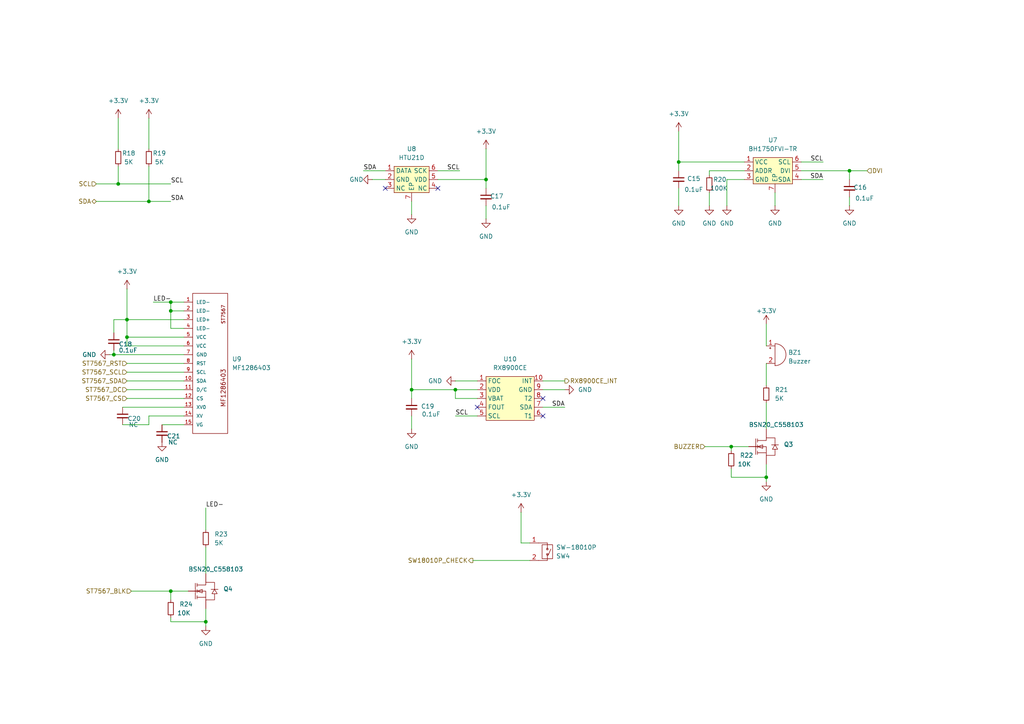
<source format=kicad_sch>
(kicad_sch (version 20231120) (generator "eeschema") (generator_version "8.0")
  (paper "A4")
  (lib_symbols
    (symbol "Device:Buzzer" (pin_names (offset 0.0254) hide)
      (property "Reference" "BZ" (at 3.81 1.27 0))
      (property "Value" "Buzzer" (at 3.81 -1.27 0))
      (symbol "Buzzer_0_1"
        (arc (start 0 -3.175) (mid 3.1612 0) (end 0 3.175))
        (polyline (pts (xy -1.651 1.905) (xy -1.143 1.905)))
        (polyline (pts (xy -1.397 2.159) (xy -1.397 1.651)))
        (polyline (pts (xy 0 3.175) (xy 0 -3.175)))
      )
      (symbol "Buzzer_1_1"
        (pin passive line (at -2.54 2.54 0) (length 2.54) (name "-") (number "1"))
        (pin passive line (at -2.54 -2.54 0) (length 2.54) (name "+") (number "2"))
      )
    )
    (symbol "Device:C_Small" (pin_numbers hide) (pin_names (offset 0.254) hide)
      (property "Reference" "C" (at 0.254 1.778 0))
      (property "Value" "C_Small" (at 0.254 -2.032 0))
      (symbol "C_Small_0_1"
        (polyline (pts (xy -1.524 -0.508) (xy 1.524 -0.508)) (stroke (width 0.3302)))
        (polyline (pts (xy -1.524 0.508) (xy 1.524 0.508)) (stroke (width 0.3048)))
      )
      (symbol "C_Small_1_1"
        (pin passive line (at 0 2.54 270) (length 2.032) (name "~") (number "1"))
        (pin passive line (at 0 -2.54 90) (length 2.032) (name "~") (number "2"))
      )
    )
    (symbol "Device:R_Small" (pin_numbers hide) (pin_names (offset 0.254) hide)
      (property "Reference" "R" (at 0.762 0.508 0))
      (property "Value" "R_Small" (at 0.762 -1.016 0))
      (symbol "R_Small_0_1"
        (rectangle (start -0.762 1.778) (end 0.762 -1.778) (stroke (width 0.2032)))
      )
      (symbol "R_Small_1_1"
        (pin passive line (at 0 2.54 270) (length 0.762) (name "~") (number "1"))
        (pin passive line (at 0 -2.54 90) (length 0.762) (name "~") (number "2"))
      )
    )
    (symbol "My_Library:BH1750FVI-TR"
      (property "Reference" "U" (at 5.588 5.334 0))
      (property "Value" "BH1750FVI-TR" (at -2.794 5.334 0))
      (symbol "BH1750FVI-TR_1_1"
        (rectangle (start -5.08 3.81) (end 6.35 -3.81) (fill (type background)))
        (pin bidirectional line (at -7.62 2.54 0) (length 2.54) (name "VCC") (number "1"))
        (pin bidirectional line (at -7.62 0 0) (length 2.54) (name "ADDR") (number "2"))
        (pin bidirectional line (at -7.62 -2.54 0) (length 2.54) (name "GND") (number "3"))
        (pin bidirectional line (at 8.89 -2.54 180) (length 2.54) (name "SDA") (number "4"))
        (pin bidirectional line (at 8.89 0 180) (length 2.54) (name "DVI") (number "5"))
        (pin bidirectional line (at 8.89 2.54 180) (length 2.54) (name "SCL") (number "6"))
        (pin bidirectional line (at 1.27 -6.35 90) (length 2.54) (name "EP") (number "7"))
      )
    )
    (symbol "My_Library:BSN20_C558103" (pin_numbers hide) (pin_names (offset 1.016) hide)
      (property "Reference" "Q" (at 0 0 0))
      (property "Value" "BSN20_C558103" (at 0 0 0))
      (symbol "BSN20_C558103_1_1"
        (polyline (pts (xy -3.048 2.286) (xy -3.048 -2.286)))
        (polyline (pts (xy -2.54 -2.286) (xy -2.54 -1.27)))
        (polyline (pts (xy -2.54 -0.508) (xy -2.54 0.508)))
        (polyline (pts (xy -2.54 2.286) (xy -2.54 1.27)))
        (polyline (pts (xy 0 -1.778) (xy -2.54 -1.778)))
        (polyline (pts (xy -2.54 0) (xy -1.016 -0.508) (xy -1.016 -0.508) (xy -1.016 0.508) (xy -1.016 0.508) (xy -2.54 0)))
        (polyline (pts (xy 2.54 0.508) (xy 1.778 -0.762) (xy 1.778 -0.762) (xy 3.302 -0.762) (xy 3.302 -0.762) (xy 2.54 0.508)))
        (polyline (pts (xy 3.556 0.508) (xy 3.048 0.508) (xy 3.048 0.508) (xy 2.032 0.508) (xy 2.032 0.508) (xy 1.524 0.508)))
        (polyline (pts (xy -2.54 0) (xy 0 0) (xy 0 0) (xy 0 -2.54) (xy 0 -2.54) (xy 2.54 -2.54) (xy 2.54 -2.54) (xy 2.54 -0.762)))
        (polyline (pts (xy -2.54 1.778) (xy 0 1.778) (xy 0 1.778) (xy 0 2.54) (xy 0 2.54) (xy 2.54 2.54) (xy 2.54 2.54) (xy 2.54 0.508)))
        (pin input line (at -5.08 0 0) (length 2.54) (name "G") (number "1"))
        (pin input line (at 0 -5.08 90) (length 2.54) (name "S") (number "2"))
        (pin input line (at 0 5.08 270) (length 2.54) (name "D") (number "3"))
      )
    )
    (symbol "My_Library:HTU21D"
      (property "Reference" "U" (at -3.048 5.842 0))
      (property "Value" "HTU21D" (at 1.524 5.842 0))
      (symbol "HTU21D_1_1"
        (rectangle (start -5.08 3.81) (end 5.08 -3.81) (fill (type background)))
        (pin passive line (at -7.62 2.54 0) (length 2.54) (name "DATA") (number "1"))
        (pin passive line (at -7.62 0 0) (length 2.54) (name "GND") (number "2"))
        (pin passive line (at -7.62 -2.54 0) (length 2.54) (name "NC") (number "3"))
        (pin passive line (at 7.62 -2.54 180) (length 2.54) (name "NC") (number "4"))
        (pin passive line (at 7.62 0 180) (length 2.54) (name "VDD") (number "5"))
        (pin passive line (at 7.62 2.54 180) (length 2.54) (name "SCK") (number "6"))
        (pin passive line (at 0 -6.35 90) (length 2.54) (name "EP") (number "7"))
      )
    )
    (symbol "My_Library:MF1286403" (pin_names (offset 1.016))
      (property "Reference" "U" (at 6.096 22.098 0))
      (property "Value" "MF1286403" (at -0.508 22.098 0))
      (symbol "MF1286403_1_1"
        (rectangle (start -3.81 20.32) (end 6.35 -20.32) (stroke (width 0.1524)))
        (text "MF1286403" (at 5.08 -12.7 900) (effects (font (size 1.27 1.27)) (justify left)))
        (text "ST7567" (at 5.08 11.4046 900) (effects (font (size 0.9906 0.9906)) (justify left)))
        (pin passive line (at -6.35 17.78 0) (length 2.54) (name "LED-") (number "1"))
        (pin passive line (at -6.35 -5.08 0) (length 2.54) (name "SDA") (number "10"))
        (pin passive line (at -6.35 -7.62 0) (length 2.54) (name "D/C") (number "11"))
        (pin passive line (at -6.35 -10.16 0) (length 2.54) (name "CS") (number "12"))
        (pin passive line (at -6.35 -12.7 0) (length 2.54) (name "XV0") (number "13"))
        (pin passive line (at -6.35 -15.24 0) (length 2.54) (name "XV") (number "14"))
        (pin passive line (at -6.35 -17.78 0) (length 2.54) (name "VG") (number "15"))
        (pin passive line (at -6.35 15.24 0) (length 2.54) (name "LED-") (number "2"))
        (pin passive line (at -6.35 12.7 0) (length 2.54) (name "LED+") (number "3"))
        (pin passive line (at -6.35 10.16 0) (length 2.54) (name "LED-") (number "4"))
        (pin passive line (at -6.35 7.62 0) (length 2.54) (name "VCC") (number "5"))
        (pin passive line (at -6.35 5.08 0) (length 2.54) (name "VCC") (number "6"))
        (pin passive line (at -6.35 2.54 0) (length 2.54) (name "GND") (number "7"))
        (pin passive line (at -6.35 0 0) (length 2.54) (name "RST") (number "8"))
        (pin passive line (at -6.35 -2.54 0) (length 2.54) (name "SCL") (number "9"))
      )
    )
    (symbol "My_Library:RX8900CE"
      (property "Reference" "U" (at 7.112 7.62 0))
      (property "Value" "RX8900CE" (at -1.524 7.62 0))
      (symbol "RX8900CE_1_1"
        (rectangle (start -6.35 6.35) (end 7.62 -6.35) (fill (type background)))
        (pin passive line (at -8.89 5.08 0) (length 2.54) (name "FOC") (number "1"))
        (pin passive line (at 10.16 5.08 180) (length 2.54) (name "INT") (number "10"))
        (pin passive line (at -8.89 2.54 0) (length 2.54) (name "VDD") (number "2"))
        (pin passive line (at -8.89 0 0) (length 2.54) (name "VBAT") (number "3"))
        (pin passive line (at -8.89 -2.54 0) (length 2.54) (name "FOUT") (number "4"))
        (pin passive line (at -8.89 -5.08 0) (length 2.54) (name "SCL") (number "5"))
        (pin passive line (at 10.16 -5.08 180) (length 2.54) (name "T1") (number "6"))
        (pin passive line (at 10.16 -2.54 180) (length 2.54) (name "SDA") (number "7"))
        (pin passive line (at 10.16 0 180) (length 2.54) (name "T2") (number "8"))
        (pin passive line (at 10.16 2.54 180) (length 2.54) (name "GND") (number "9"))
      )
    )
    (symbol "My_Library:SW-18010P" (pin_names (offset 1.016) hide)
      (property "Reference" "SW" (at 3.81 6.35 0))
      (property "Value" "SW-18010P" (at -3.81 6.35 0))
      (symbol "SW-18010P_1_1"
        (rectangle (start -1.524 2.032) (end 1.524 -2.032) (stroke (width 0.1524)))
        (circle (center 0 -0.762) (radius 0.254) (stroke (width 0.1524)))
        (polyline (pts (xy -2.54 -2.54) (xy 0 -2.54)) (stroke (width 0.1524)))
        (polyline (pts (xy 0 -2.54) (xy 0 -0.762)) (stroke (width 0.1524)))
        (polyline (pts (xy 0 1.524) (xy 0 0.762)) (stroke (width 0.1524)))
        (polyline (pts (xy 0 2.54) (xy 0 1.524)) (stroke (width 0.1524)))
        (polyline (pts (xy 0.254 1.016) (xy 1.016 -0.762)) (stroke (width 0.1524)))
        (polyline (pts (xy -2.54 2.54) (xy -1.27 2.54) (xy 0 2.54)) (stroke (width 0.1524)))
        (circle (center 0 0.762) (radius 0.254) (stroke (width 0.1524)))
        (pin input line (at -5.08 -2.54 0) (length 2.54) (name "1") (number "1"))
        (pin input line (at -5.08 2.54 0) (length 2.54) (name "2") (number "2"))
      )
    )
    (symbol "power:+3.3V" (power) (pin_numbers hide) (pin_names (offset 0) hide)
      (property "Value" "+3.3V" (at 0 3.556 0))
      (symbol "+3.3V_0_1"
        (polyline (pts (xy -0.762 1.27) (xy 0 2.54)))
        (polyline (pts (xy 0 0) (xy 0 2.54)))
        (polyline (pts (xy 0 2.54) (xy 0.762 1.27)))
      )
      (symbol "+3.3V_1_1"
        (pin power_in line (at 0 0 90) (length 0) (name "~") (number "1"))
      )
    )
    (symbol "power:GND" (power) (pin_numbers hide) (pin_names (offset 0) hide)
      (property "Value" "GND" (at 0 -3.81 0))
      (symbol "GND_0_1"
        (polyline (pts (xy 0 0) (xy 0 -1.27) (xy 1.27 -1.27) (xy 0 -2.54) (xy -1.27 -1.27) (xy 0 -1.27)))
      )
      (symbol "GND_1_1"
        (pin power_in line (at 0 0 270) (length 0) (name "~") (number "1"))
      )
    )
  )
  (junction (at 132.08 113.03))
  (junction (at 34.29 53.34))
  (junction (at 246.38 49.53))
  (junction (at 33.02 102.87))
  (junction (at 49.53 87.63))
  (junction (at 49.53 171.45))
  (junction (at 212.09 129.54))
  (junction (at 36.83 97.79))
  (junction (at 59.69 180.34))
  (junction (at 119.38 113.03))
  (junction (at 196.85 46.99))
  (junction (at 36.83 92.71))
  (junction (at 49.53 90.17))
  (junction (at 43.18 58.42))
  (junction (at 140.97 52.07))
  (junction (at 222.25 138.43))
  (no_connect (at 127 54.61))
  (no_connect (at 157.48 120.65))
  (no_connect (at 111.76 54.61))
  (no_connect (at 138.43 118.11))
  (no_connect (at 157.48 115.57))
  (wire (pts (xy 222.25 134.62) (xy 222.25 138.43)))
  (wire (pts (xy 49.53 95.25) (xy 49.53 90.17)))
  (wire (pts (xy 210.82 52.07) (xy 210.82 59.69)))
  (wire (pts (xy 43.18 58.42) (xy 49.53 58.42)))
  (wire (pts (xy 224.79 59.69) (xy 224.79 55.88)))
  (wire (pts (xy 36.83 83.82) (xy 36.83 92.71)))
  (wire (pts (xy 44.45 87.63) (xy 49.53 87.63)))
  (wire (pts (xy 49.53 180.34) (xy 49.53 179.07)))
  (wire (pts (xy 246.38 59.69) (xy 246.38 57.15)))
  (wire (pts (xy 140.97 63.5) (xy 140.97 59.69)))
  (wire (pts (xy 196.85 46.99) (xy 215.9 46.99)))
  (wire (pts (xy 222.25 93.98) (xy 222.25 100.33)))
  (wire (pts (xy 36.83 92.71) (xy 53.34 92.71)))
  (wire (pts (xy 157.48 110.49) (xy 163.83 110.49)))
  (wire (pts (xy 35.56 123.19) (xy 43.18 123.19)))
  (wire (pts (xy 151.13 157.48) (xy 153.67 157.48)))
  (wire (pts (xy 36.83 100.33) (xy 53.34 100.33)))
  (wire (pts (xy 157.48 113.03) (xy 163.83 113.03)))
  (wire (pts (xy 59.69 147.32) (xy 59.69 153.67)))
  (wire (pts (xy 238.76 46.99) (xy 232.41 46.99)))
  (wire (pts (xy 246.38 49.53) (xy 246.38 52.07)))
  (wire (pts (xy 43.18 123.19) (xy 43.18 120.65)))
  (wire (pts (xy 36.83 115.57) (xy 53.34 115.57)))
  (wire (pts (xy 196.85 46.99) (xy 196.85 49.53)))
  (wire (pts (xy 27.94 53.34) (xy 34.29 53.34)))
  (wire (pts (xy 49.53 171.45) (xy 49.53 173.99)))
  (wire (pts (xy 59.69 176.53) (xy 59.69 180.34)))
  (wire (pts (xy 212.09 138.43) (xy 222.25 138.43)))
  (wire (pts (xy 212.09 129.54) (xy 212.09 130.81)))
  (wire (pts (xy 43.18 48.26) (xy 43.18 58.42)))
  (wire (pts (xy 59.69 180.34) (xy 59.69 181.61)))
  (wire (pts (xy 222.25 105.41) (xy 222.25 111.76)))
  (wire (pts (xy 205.74 55.88) (xy 205.74 59.69)))
  (wire (pts (xy 215.9 52.07) (xy 210.82 52.07)))
  (wire (pts (xy 34.29 53.34) (xy 49.53 53.34)))
  (wire (pts (xy 132.08 113.03) (xy 138.43 113.03)))
  (wire (pts (xy 36.83 92.71) (xy 36.83 97.79)))
  (wire (pts (xy 205.74 49.53) (xy 205.74 50.8)))
  (wire (pts (xy 53.34 90.17) (xy 49.53 90.17)))
  (wire (pts (xy 196.85 59.69) (xy 196.85 54.61)))
  (wire (pts (xy 36.83 105.41) (xy 53.34 105.41)))
  (wire (pts (xy 105.41 49.53) (xy 111.76 49.53)))
  (wire (pts (xy 49.53 90.17) (xy 49.53 87.63)))
  (wire (pts (xy 119.38 104.14) (xy 119.38 113.03)))
  (wire (pts (xy 232.41 49.53) (xy 246.38 49.53)))
  (wire (pts (xy 212.09 129.54) (xy 217.17 129.54)))
  (wire (pts (xy 163.83 118.11) (xy 157.48 118.11)))
  (wire (pts (xy 34.29 48.26) (xy 34.29 53.34)))
  (wire (pts (xy 33.02 102.87) (xy 53.34 102.87)))
  (wire (pts (xy 246.38 49.53) (xy 251.46 49.53)))
  (wire (pts (xy 204.47 129.54) (xy 212.09 129.54)))
  (wire (pts (xy 36.83 97.79) (xy 36.83 100.33)))
  (wire (pts (xy 31.75 102.87) (xy 33.02 102.87)))
  (wire (pts (xy 238.76 52.07) (xy 232.41 52.07)))
  (wire (pts (xy 127 52.07) (xy 140.97 52.07)))
  (wire (pts (xy 196.85 38.1) (xy 196.85 46.99)))
  (wire (pts (xy 140.97 52.07) (xy 140.97 54.61)))
  (wire (pts (xy 137.16 162.56) (xy 153.67 162.56)))
  (wire (pts (xy 49.53 180.34) (xy 59.69 180.34)))
  (wire (pts (xy 43.18 34.29) (xy 43.18 43.18)))
  (wire (pts (xy 59.69 158.75) (xy 59.69 166.37)))
  (wire (pts (xy 38.1 171.45) (xy 49.53 171.45)))
  (wire (pts (xy 33.02 92.71) (xy 36.83 92.71)))
  (wire (pts (xy 133.35 49.53) (xy 127 49.53)))
  (wire (pts (xy 53.34 95.25) (xy 49.53 95.25)))
  (wire (pts (xy 212.09 138.43) (xy 212.09 135.89)))
  (wire (pts (xy 132.08 113.03) (xy 119.38 113.03)))
  (wire (pts (xy 36.83 97.79) (xy 53.34 97.79)))
  (wire (pts (xy 119.38 113.03) (xy 119.38 115.57)))
  (wire (pts (xy 119.38 124.46) (xy 119.38 120.65)))
  (wire (pts (xy 132.08 115.57) (xy 132.08 113.03)))
  (wire (pts (xy 151.13 148.59) (xy 151.13 157.48)))
  (wire (pts (xy 35.56 118.11) (xy 53.34 118.11)))
  (wire (pts (xy 132.08 120.65) (xy 138.43 120.65)))
  (wire (pts (xy 43.18 120.65) (xy 53.34 120.65)))
  (wire (pts (xy 46.99 123.19) (xy 53.34 123.19)))
  (wire (pts (xy 119.38 62.23) (xy 119.38 58.42)))
  (wire (pts (xy 49.53 171.45) (xy 54.61 171.45)))
  (wire (pts (xy 138.43 110.49) (xy 132.08 110.49)))
  (wire (pts (xy 33.02 101.6) (xy 33.02 102.87)))
  (wire (pts (xy 49.53 87.63) (xy 53.34 87.63)))
  (wire (pts (xy 215.9 49.53) (xy 205.74 49.53)))
  (wire (pts (xy 33.02 96.52) (xy 33.02 92.71)))
  (wire (pts (xy 138.43 115.57) (xy 132.08 115.57)))
  (wire (pts (xy 140.97 43.18) (xy 140.97 52.07)))
  (wire (pts (xy 222.25 138.43) (xy 222.25 139.7)))
  (wire (pts (xy 36.83 110.49) (xy 53.34 110.49)))
  (wire (pts (xy 222.25 116.84) (xy 222.25 124.46)))
  (wire (pts (xy 36.83 113.03) (xy 53.34 113.03)))
  (wire (pts (xy 107.95 52.07) (xy 111.76 52.07)))
  (wire (pts (xy 36.83 107.95) (xy 53.34 107.95)))
  (wire (pts (xy 27.94 58.42) (xy 43.18 58.42)))
  (wire (pts (xy 34.29 34.29) (xy 34.29 43.18)))
  (label "SCL" (at 133.35 49.53 180))
  (label "SDA" (at 163.83 118.11 180))
  (label "SCL" (at 238.76 46.99 180))
  (label "SDA" (at 105.41 49.53 0))
  (label "SCL" (at 132.08 120.65 0))
  (label "SDA" (at 49.53 58.42 0))
  (label "LED-" (at 59.69 147.32 0))
  (label "SCL" (at 49.53 53.34 0))
  (label "SDA" (at 238.76 52.07 180))
  (label "LED-" (at 44.45 87.63 0))
  (hierarchical_label "SDA" (shape bidirectional) (at 27.94 58.42 180))
  (hierarchical_label "SW18010P_CHECK" (shape output) (at 137.16 162.56 180))
  (hierarchical_label "ST7567_SCL" (shape input) (at 36.83 107.95 180))
  (hierarchical_label "SCL" (shape input) (at 27.94 53.34 180))
  (hierarchical_label "RX8900CE_INT" (shape output) (at 163.83 110.49 0))
  (hierarchical_label "DVI" (shape input) (at 251.46 49.53 0))
  (hierarchical_label "ST7567_SDA" (shape input) (at 36.83 110.49 180))
  (hierarchical_label "ST7567_RST" (shape input) (at 36.83 105.41 180))
  (hierarchical_label "BUZZER" (shape input) (at 204.47 129.54 180))
  (hierarchical_label "ST7567_DC" (shape input) (at 36.83 113.03 180))
  (hierarchical_label "ST7567_CS" (shape input) (at 36.83 115.57 180))
  (hierarchical_label "ST7567_BLK" (shape input) (at 38.1 171.45 180))
  (symbol (lib_id "power:GND") (at 222.25 139.7 0) (unit 1)
    (property "Reference" "#PWR078" (effects (hide yes)))
    (property "Value" "GND" (at 222.25 144.78 0))
  )
  (symbol (lib_id "power:+3.3V") (at 34.29 34.29 0) (unit 1)
    (property "Reference" "#PWR058" (effects (hide yes)))
    (property "Value" "+3.3V" (at 34.29 29.21 0))
    (property "Description" "Power symbol creates a global label with name \"+3.3V\"" (effects (hide yes)))
  )
  (symbol (lib_id "power:+3.3V") (at 222.25 93.98 0) (unit 1)
    (property "Reference" "#PWR071" (effects (hide yes)))
    (property "Value" "+3.3V" (at 222.25 90.17 0))
  )
  (symbol (lib_id "Device:R_Small") (at 59.69 156.21 180) (unit 1)
    (property "Reference" "R23" (at 64.135 154.94 0))
    (property "Value" "5K" (at 63.5 157.48 0))
    (property "Footprint" "Resistor_SMD:R_0603_1608Metric" (effects (hide yes)))
  )
  (symbol (lib_id "power:GND") (at 140.97 63.5 0) (unit 1)
    (property "Reference" "#PWR069" (effects (hide yes)))
    (property "Value" "GND" (at 140.97 68.58 0))
    (property "Description" "Power symbol creates a global label with name \"GND\" , ground" (effects (hide yes)))
  )
  (symbol (lib_id "Device:R_Small") (at 34.29 45.72 180) (unit 1)
    (property "Reference" "R18" (at 37.338 44.45 0))
    (property "Value" "5K" (at 37.338 46.99 0))
    (property "Footprint" "Resistor_SMD:R_0603_1608Metric" (effects (hide yes)))
    (property "Description" "Resistor, small symbol" (effects (hide yes)))
  )
  (symbol (lib_id "power:GND") (at 46.99 128.27 0) (unit 1)
    (property "Reference" "#PWR077" (effects (hide yes)))
    (property "Value" "GND" (at 46.99 133.35 0))
    (property "Description" "Power symbol creates a global label with name \"GND\" , ground" (effects (hide yes)))
  )
  (symbol (lib_id "power:+3.3V") (at 151.13 148.59 0) (mirror y) (unit 1)
    (property "Reference" "#PWR079" (effects (hide yes)))
    (property "Value" "+3.3V" (at 151.13 143.51 0))
    (property "Description" "Power symbol creates a global label with name \"+3.3V\"" (effects (hide yes)))
  )
  (symbol (lib_id "power:GND") (at 107.95 52.07 270) (unit 1)
    (property "Reference" "#PWR062" (effects (hide yes)))
    (property "Value" "GND" (at 103.378 52.07 90))
    (property "Description" "Power symbol creates a global label with name \"GND\" , ground" (effects (hide yes)))
  )
  (symbol (lib_id "power:GND") (at 31.75 102.87 270) (unit 1)
    (property "Reference" "#PWR072" (effects (hide yes)))
    (property "Value" "GND" (at 27.94 102.8699 90) (effects (justify right)))
    (property "Description" "Power symbol creates a global label with name \"GND\" , ground" (effects (hide yes)))
  )
  (symbol (lib_id "My_Library:BSN20_C558103") (at 222.25 129.54 0) (unit 1)
    (property "Reference" "Q3" (at 227.33 128.905 0) (effects (justify left)))
    (property "Value" "BSN20_C558103" (at 217.17 123.19 0) (effects (justify left)))
    (property "Footprint" "My_Library:SOT-23-3_L2.9-W1.3-P1.90-LS2.4-BR" (effects (hide yes)))
  )
  (symbol (lib_id "Device:Buzzer") (at 224.79 102.87 0) (unit 1)
    (property "Reference" "BZ1" (at 228.6 102.235 0) (effects (justify left)))
    (property "Value" "Buzzer" (at 228.6 104.775 0) (effects (justify left)))
    (property "Footprint" "Buzzer_Beeper:MagneticBuzzer_PUI_AT-0927-TT-6-R" (effects (hide yes)))
  )
  (symbol (lib_id "My_Library:RX8900CE") (at 147.32 115.57 0) (unit 1)
    (property "Reference" "U10" (at 147.955 104.14 0))
    (property "Value" "RX8900CE" (at 147.955 106.68 0))
    (property "Footprint" "Package_SON:EPSON_CE-USON-10_USON-10_3.2x2.5mm_P0.7mm" (effects (hide yes)))
  )
  (symbol (lib_id "power:+3.3V") (at 43.18 34.29 0) (unit 1)
    (property "Reference" "#PWR059" (effects (hide yes)))
    (property "Value" "+3.3V" (at 43.18 29.21 0))
    (property "Description" "Power symbol creates a global label with name \"+3.3V\"" (effects (hide yes)))
  )
  (symbol (lib_id "power:GND") (at 119.38 62.23 0) (unit 1)
    (property "Reference" "#PWR068" (effects (hide yes)))
    (property "Value" "GND" (at 119.38 67.31 0))
    (property "Description" "Power symbol creates a global label with name \"GND\" , ground" (effects (hide yes)))
  )
  (symbol (lib_id "My_Library:BSN20_C558103") (at 59.69 171.45 0) (unit 1)
    (property "Reference" "Q4" (at 64.77 170.815 0) (effects (justify left)))
    (property "Value" "BSN20_C558103" (at 54.61 165.1 0) (effects (justify left)))
    (property "Footprint" "My_Library:SOT-23-3_L2.9-W1.3-P1.90-LS2.4-BR" (effects (hide yes)))
  )
  (symbol (lib_id "power:GND") (at 196.85 59.69 0) (mirror y) (unit 1)
    (property "Reference" "#PWR063" (effects (hide yes)))
    (property "Value" "GND" (at 196.85 64.77 0))
    (property "Description" "Power symbol creates a global label with name \"GND\" , ground" (effects (hide yes)))
  )
  (symbol (lib_id "Device:C_Small") (at 46.99 125.73 0) (mirror y) (unit 1)
    (property "Reference" "C21" (at 52.324 126.492 0) (effects (justify left)))
    (property "Value" "NC" (at 51.562 128.27 0) (effects (justify left)))
    (property "Footprint" "Capacitor_SMD:C_0603_1608Metric" (effects (hide yes)))
    (property "Description" "Unpolarized capacitor, small symbol" (effects (hide yes)))
  )
  (symbol (lib_id "Device:R_Small") (at 205.74 53.34 180) (unit 1)
    (property "Reference" "R20" (at 208.788 52.07 0))
    (property "Value" "100K" (at 208.534 54.61 0))
    (property "Footprint" "Resistor_SMD:R_0603_1608Metric" (effects (hide yes)))
    (property "Description" "Resistor, small symbol" (effects (hide yes)))
  )
  (symbol (lib_id "Device:C_Small") (at 35.56 120.65 0) (mirror y) (unit 1)
    (property "Reference" "C20" (at 40.894 121.412 0) (effects (justify left)))
    (property "Value" "NC" (at 40.132 123.19 0) (effects (justify left)))
    (property "Footprint" "Capacitor_SMD:C_0603_1608Metric" (effects (hide yes)))
    (property "Description" "Unpolarized capacitor, small symbol" (effects (hide yes)))
  )
  (symbol (lib_id "power:GND") (at 119.38 124.46 0) (mirror y) (unit 1)
    (property "Reference" "#PWR076" (effects (hide yes)))
    (property "Value" "GND" (at 119.38 129.54 0))
    (property "Description" "Power symbol creates a global label with name \"GND\" , ground" (effects (hide yes)))
  )
  (symbol (lib_id "Device:C_Small") (at 119.38 118.11 0) (mirror y) (unit 1)
    (property "Reference" "C19" (at 126.0026 117.856 0) (effects (justify left)))
    (property "Value" "0.1uF" (at 127.7806 120.142 0) (effects (justify left)))
    (property "Footprint" "Capacitor_SMD:C_0603_1608Metric" (effects (hide yes)))
    (property "Description" "Unpolarized capacitor, small symbol" (effects (hide yes)))
  )
  (symbol (lib_id "My_Library:SW-18010P") (at 158.75 160.02 0) (mirror x) (unit 1)
    (property "Reference" "SW4" (at 161.29 161.2901 0) (effects (justify left)))
    (property "Value" "SW-18010P" (at 161.29 158.7501 0) (effects (justify left)))
    (property "Footprint" "My_Library:SW-TH_SW-18010P" (effects (hide yes)))
  )
  (symbol (lib_id "power:GND") (at 59.69 181.61 0) (unit 1)
    (property "Reference" "#PWR080" (effects (hide yes)))
    (property "Value" "GND" (at 59.69 186.69 0))
  )
  (symbol (lib_id "power:GND") (at 132.08 110.49 270) (mirror x) (unit 1)
    (property "Reference" "#PWR074" (effects (hide yes)))
    (property "Value" "GND" (at 128.27 110.4899 90) (effects (justify right)))
    (property "Description" "Power symbol creates a global label with name \"GND\" , ground" (effects (hide yes)))
  )
  (symbol (lib_id "power:GND") (at 246.38 59.69 0) (unit 1)
    (property "Reference" "#PWR067" (effects (hide yes)))
    (property "Value" "GND" (at 246.38 64.77 0))
    (property "Description" "Power symbol creates a global label with name \"GND\" , ground" (effects (hide yes)))
  )
  (symbol (lib_id "power:GND") (at 224.79 59.69 0) (unit 1)
    (property "Reference" "#PWR066" (effects (hide yes)))
    (property "Value" "GND" (at 224.79 64.77 0))
    (property "Description" "Power symbol creates a global label with name \"GND\" , ground" (effects (hide yes)))
  )
  (symbol (lib_id "Device:R_Small") (at 43.18 45.72 180) (unit 1)
    (property "Reference" "R19" (at 46.228 44.45 0))
    (property "Value" "5K" (at 46.228 46.99 0))
    (property "Footprint" "Resistor_SMD:R_0603_1608Metric" (effects (hide yes)))
    (property "Description" "Resistor, small symbol" (effects (hide yes)))
  )
  (symbol (lib_id "Device:C_Small") (at 33.02 99.06 0) (mirror y) (unit 1)
    (property "Reference" "C18" (at 38.354 99.822 0) (effects (justify left)))
    (property "Value" "0.1uF" (at 39.878 101.6 0) (effects (justify left)))
    (property "Footprint" "Capacitor_SMD:C_0603_1608Metric" (effects (hide yes)))
    (property "Description" "Unpolarized capacitor, small symbol" (effects (hide yes)))
  )
  (symbol (lib_id "power:GND") (at 205.74 59.69 0) (unit 1)
    (property "Reference" "#PWR064" (effects (hide yes)))
    (property "Value" "GND" (at 205.74 64.77 0))
    (property "Description" "Power symbol creates a global label with name \"GND\" , ground" (effects (hide yes)))
  )
  (symbol (lib_id "power:+3.3V") (at 196.85 38.1 0) (mirror y) (unit 1)
    (property "Reference" "#PWR060" (effects (hide yes)))
    (property "Value" "+3.3V" (at 196.85 33.02 0))
    (property "Description" "Power symbol creates a global label with name \"+3.3V\"" (effects (hide yes)))
  )
  (symbol (lib_id "power:GND") (at 210.82 59.69 0) (unit 1)
    (property "Reference" "#PWR065" (effects (hide yes)))
    (property "Value" "GND" (at 210.82 64.77 0))
    (property "Description" "Power symbol creates a global label with name \"GND\" , ground" (effects (hide yes)))
  )
  (symbol (lib_id "My_Library:MF1286403") (at 59.69 105.41 0) (unit 1)
    (property "Reference" "U9" (at 67.31 104.1399 0) (effects (justify left)))
    (property "Value" "MF1286403" (at 67.31 106.6799 0) (effects (justify left)))
    (property "Footprint" "My_Library:MF1286403" (effects (hide yes)))
  )
  (symbol (lib_id "power:+3.3V") (at 119.38 104.14 0) (mirror y) (unit 1)
    (property "Reference" "#PWR073" (effects (hide yes)))
    (property "Value" "+3.3V" (at 119.38 99.06 0))
    (property "Description" "Power symbol creates a global label with name \"+3.3V\"" (effects (hide yes)))
  )
  (symbol (lib_id "power:+3.3V") (at 36.83 83.82 0) (mirror y) (unit 1)
    (property "Reference" "#PWR070" (effects (hide yes)))
    (property "Value" "+3.3V" (at 36.83 78.74 0))
    (property "Description" "Power symbol creates a global label with name \"+3.3V\"" (effects (hide yes)))
  )
  (symbol (lib_id "power:+3.3V") (at 140.97 43.18 0) (unit 1)
    (property "Reference" "#PWR061" (effects (hide yes)))
    (property "Value" "+3.3V" (at 140.97 38.1 0))
    (property "Description" "Power symbol creates a global label with name \"+3.3V\"" (effects (hide yes)))
  )
  (symbol (lib_id "Device:C_Small") (at 246.38 54.61 0) (mirror y) (unit 1)
    (property "Reference" "C16" (at 251.46 54.356 0) (effects (justify left)))
    (property "Value" "0.1uF" (at 253.492 57.5247 0) (effects (justify left)))
    (property "Footprint" "Capacitor_SMD:C_0603_1608Metric" (effects (hide yes)))
    (property "Description" "Unpolarized capacitor, small symbol" (effects (hide yes)))
  )
  (symbol (lib_id "Device:C_Small") (at 140.97 57.15 0) (mirror y) (unit 1)
    (property "Reference" "C17" (at 146.05 56.896 0) (effects (justify left)))
    (property "Value" "0.1uF" (at 148.082 60.0647 0) (effects (justify left)))
    (property "Footprint" "Capacitor_SMD:C_0603_1608Metric" (effects (hide yes)))
    (property "Description" "Unpolarized capacitor, small symbol" (effects (hide yes)))
  )
  (symbol (lib_id "My_Library:BH1750FVI-TR") (at 223.52 49.53 0) (unit 1)
    (property "Reference" "U7" (at 224.155 40.64 0))
    (property "Value" "BH1750FVI-TR" (at 224.155 43.18 0))
    (property "Footprint" "My_Library:WSOF-6_L2.6-W1.6-P0.50-TL-EP" (effects (hide yes)))
  )
  (symbol (lib_id "Device:R_Small") (at 49.53 176.53 180) (unit 1)
    (property "Reference" "R24" (at 53.975 175.26 0))
    (property "Value" "10K" (at 53.34 177.8 0))
    (property "Footprint" "Resistor_SMD:R_0603_1608Metric" (effects (hide yes)))
  )
  (symbol (lib_id "Device:R_Small") (at 212.09 133.35 180) (unit 1)
    (property "Reference" "R22" (at 216.535 132.08 0))
    (property "Value" "10K" (at 215.9 134.62 0))
    (property "Footprint" "Resistor_SMD:R_0603_1608Metric" (effects (hide yes)))
  )
  (symbol (lib_id "power:GND") (at 163.83 113.03 90) (unit 1)
    (property "Reference" "#PWR075" (effects (hide yes)))
    (property "Value" "GND" (at 167.64 113.0299 90) (effects (justify right)))
    (property "Description" "Power symbol creates a global label with name \"GND\" , ground" (effects (hide yes)))
  )
  (symbol (lib_id "Device:R_Small") (at 222.25 114.3 180) (unit 1)
    (property "Reference" "R21" (at 226.695 113.03 0))
    (property "Value" "5K" (at 226.06 115.57 0))
    (property "Footprint" "Resistor_SMD:R_0603_1608Metric" (effects (hide yes)))
  )
  (symbol (lib_id "Device:C_Small") (at 196.85 52.07 0) (mirror y) (unit 1)
    (property "Reference" "C15" (at 203.2 51.816 0) (effects (justify left)))
    (property "Value" "0.1uF" (at 203.962 54.9847 0) (effects (justify left)))
    (property "Footprint" "Capacitor_SMD:C_0603_1608Metric" (effects (hide yes)))
    (property "Description" "Unpolarized capacitor, small symbol" (effects (hide yes)))
  )
  (symbol (lib_id "My_Library:HTU21D") (at 119.38 52.07 0) (unit 1)
    (property "Reference" "U8" (at 119.38 43.18 0))
    (property "Value" "HTU21D" (at 119.38 45.72 0))
    (property "Footprint" "Package_DFN_QFN:DFN-6-1EP_3x3mm_P1mm_EP1.5x2.4mm" (effects (hide yes)))
  )
)
</source>
